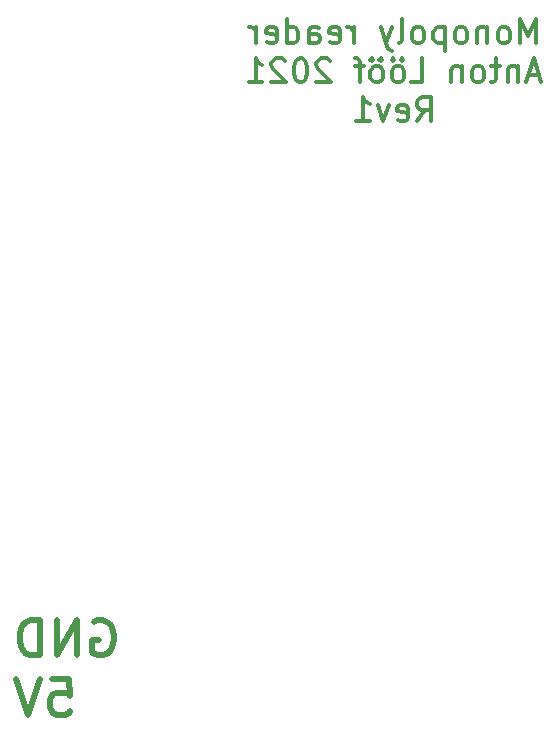
<source format=gbr>
G04 #@! TF.GenerationSoftware,KiCad,Pcbnew,(5.1.5)-3*
G04 #@! TF.CreationDate,2021-10-16T16:50:23+02:00*
G04 #@! TF.ProjectId,reader,72656164-6572-42e6-9b69-6361645f7063,rev?*
G04 #@! TF.SameCoordinates,Original*
G04 #@! TF.FileFunction,Legend,Bot*
G04 #@! TF.FilePolarity,Positive*
%FSLAX46Y46*%
G04 Gerber Fmt 4.6, Leading zero omitted, Abs format (unit mm)*
G04 Created by KiCad (PCBNEW (5.1.5)-3) date 2021-10-16 16:50:23*
%MOMM*%
%LPD*%
G04 APERTURE LIST*
%ADD10C,0.300000*%
%ADD11C,0.500000*%
G04 APERTURE END LIST*
D10*
X160800000Y-73804761D02*
X160800000Y-71804761D01*
X160133333Y-73233333D01*
X159466666Y-71804761D01*
X159466666Y-73804761D01*
X158228571Y-73804761D02*
X158419047Y-73709523D01*
X158514285Y-73614285D01*
X158609523Y-73423809D01*
X158609523Y-72852380D01*
X158514285Y-72661904D01*
X158419047Y-72566666D01*
X158228571Y-72471428D01*
X157942857Y-72471428D01*
X157752380Y-72566666D01*
X157657142Y-72661904D01*
X157561904Y-72852380D01*
X157561904Y-73423809D01*
X157657142Y-73614285D01*
X157752380Y-73709523D01*
X157942857Y-73804761D01*
X158228571Y-73804761D01*
X156704761Y-72471428D02*
X156704761Y-73804761D01*
X156704761Y-72661904D02*
X156609523Y-72566666D01*
X156419047Y-72471428D01*
X156133333Y-72471428D01*
X155942857Y-72566666D01*
X155847619Y-72757142D01*
X155847619Y-73804761D01*
X154609523Y-73804761D02*
X154800000Y-73709523D01*
X154895238Y-73614285D01*
X154990476Y-73423809D01*
X154990476Y-72852380D01*
X154895238Y-72661904D01*
X154800000Y-72566666D01*
X154609523Y-72471428D01*
X154323809Y-72471428D01*
X154133333Y-72566666D01*
X154038095Y-72661904D01*
X153942857Y-72852380D01*
X153942857Y-73423809D01*
X154038095Y-73614285D01*
X154133333Y-73709523D01*
X154323809Y-73804761D01*
X154609523Y-73804761D01*
X153085714Y-72471428D02*
X153085714Y-74471428D01*
X153085714Y-72566666D02*
X152895238Y-72471428D01*
X152514285Y-72471428D01*
X152323809Y-72566666D01*
X152228571Y-72661904D01*
X152133333Y-72852380D01*
X152133333Y-73423809D01*
X152228571Y-73614285D01*
X152323809Y-73709523D01*
X152514285Y-73804761D01*
X152895238Y-73804761D01*
X153085714Y-73709523D01*
X150990476Y-73804761D02*
X151180952Y-73709523D01*
X151276190Y-73614285D01*
X151371428Y-73423809D01*
X151371428Y-72852380D01*
X151276190Y-72661904D01*
X151180952Y-72566666D01*
X150990476Y-72471428D01*
X150704761Y-72471428D01*
X150514285Y-72566666D01*
X150419047Y-72661904D01*
X150323809Y-72852380D01*
X150323809Y-73423809D01*
X150419047Y-73614285D01*
X150514285Y-73709523D01*
X150704761Y-73804761D01*
X150990476Y-73804761D01*
X149180952Y-73804761D02*
X149371428Y-73709523D01*
X149466666Y-73519047D01*
X149466666Y-71804761D01*
X148609523Y-72471428D02*
X148133333Y-73804761D01*
X147657142Y-72471428D02*
X148133333Y-73804761D01*
X148323809Y-74280952D01*
X148419047Y-74376190D01*
X148609523Y-74471428D01*
X145371428Y-73804761D02*
X145371428Y-72471428D01*
X145371428Y-72852380D02*
X145276190Y-72661904D01*
X145180952Y-72566666D01*
X144990476Y-72471428D01*
X144800000Y-72471428D01*
X143371428Y-73709523D02*
X143561904Y-73804761D01*
X143942857Y-73804761D01*
X144133333Y-73709523D01*
X144228571Y-73519047D01*
X144228571Y-72757142D01*
X144133333Y-72566666D01*
X143942857Y-72471428D01*
X143561904Y-72471428D01*
X143371428Y-72566666D01*
X143276190Y-72757142D01*
X143276190Y-72947619D01*
X144228571Y-73138095D01*
X141561904Y-73804761D02*
X141561904Y-72757142D01*
X141657142Y-72566666D01*
X141847619Y-72471428D01*
X142228571Y-72471428D01*
X142419047Y-72566666D01*
X141561904Y-73709523D02*
X141752380Y-73804761D01*
X142228571Y-73804761D01*
X142419047Y-73709523D01*
X142514285Y-73519047D01*
X142514285Y-73328571D01*
X142419047Y-73138095D01*
X142228571Y-73042857D01*
X141752380Y-73042857D01*
X141561904Y-72947619D01*
X139752380Y-73804761D02*
X139752380Y-71804761D01*
X139752380Y-73709523D02*
X139942857Y-73804761D01*
X140323809Y-73804761D01*
X140514285Y-73709523D01*
X140609523Y-73614285D01*
X140704761Y-73423809D01*
X140704761Y-72852380D01*
X140609523Y-72661904D01*
X140514285Y-72566666D01*
X140323809Y-72471428D01*
X139942857Y-72471428D01*
X139752380Y-72566666D01*
X138038095Y-73709523D02*
X138228571Y-73804761D01*
X138609523Y-73804761D01*
X138800000Y-73709523D01*
X138895238Y-73519047D01*
X138895238Y-72757142D01*
X138800000Y-72566666D01*
X138609523Y-72471428D01*
X138228571Y-72471428D01*
X138038095Y-72566666D01*
X137942857Y-72757142D01*
X137942857Y-72947619D01*
X138895238Y-73138095D01*
X137085714Y-73804761D02*
X137085714Y-72471428D01*
X137085714Y-72852380D02*
X136990476Y-72661904D01*
X136895238Y-72566666D01*
X136704761Y-72471428D01*
X136514285Y-72471428D01*
X161085714Y-76533333D02*
X160133333Y-76533333D01*
X161276190Y-77104761D02*
X160609523Y-75104761D01*
X159942857Y-77104761D01*
X159276190Y-75771428D02*
X159276190Y-77104761D01*
X159276190Y-75961904D02*
X159180952Y-75866666D01*
X158990476Y-75771428D01*
X158704761Y-75771428D01*
X158514285Y-75866666D01*
X158419047Y-76057142D01*
X158419047Y-77104761D01*
X157752380Y-75771428D02*
X156990476Y-75771428D01*
X157466666Y-75104761D02*
X157466666Y-76819047D01*
X157371428Y-77009523D01*
X157180952Y-77104761D01*
X156990476Y-77104761D01*
X156038095Y-77104761D02*
X156228571Y-77009523D01*
X156323809Y-76914285D01*
X156419047Y-76723809D01*
X156419047Y-76152380D01*
X156323809Y-75961904D01*
X156228571Y-75866666D01*
X156038095Y-75771428D01*
X155752380Y-75771428D01*
X155561904Y-75866666D01*
X155466666Y-75961904D01*
X155371428Y-76152380D01*
X155371428Y-76723809D01*
X155466666Y-76914285D01*
X155561904Y-77009523D01*
X155752380Y-77104761D01*
X156038095Y-77104761D01*
X154514285Y-75771428D02*
X154514285Y-77104761D01*
X154514285Y-75961904D02*
X154419047Y-75866666D01*
X154228571Y-75771428D01*
X153942857Y-75771428D01*
X153752380Y-75866666D01*
X153657142Y-76057142D01*
X153657142Y-77104761D01*
X150228571Y-77104761D02*
X151180952Y-77104761D01*
X151180952Y-75104761D01*
X149276190Y-77104761D02*
X149466666Y-77009523D01*
X149561904Y-76914285D01*
X149657142Y-76723809D01*
X149657142Y-76152380D01*
X149561904Y-75961904D01*
X149466666Y-75866666D01*
X149276190Y-75771428D01*
X148990476Y-75771428D01*
X148800000Y-75866666D01*
X148704761Y-75961904D01*
X148609523Y-76152380D01*
X148609523Y-76723809D01*
X148704761Y-76914285D01*
X148800000Y-77009523D01*
X148990476Y-77104761D01*
X149276190Y-77104761D01*
X149466666Y-75104761D02*
X149371428Y-75200000D01*
X149466666Y-75295238D01*
X149561904Y-75200000D01*
X149466666Y-75104761D01*
X149466666Y-75295238D01*
X148704761Y-75104761D02*
X148609523Y-75200000D01*
X148704761Y-75295238D01*
X148800000Y-75200000D01*
X148704761Y-75104761D01*
X148704761Y-75295238D01*
X147466666Y-77104761D02*
X147657142Y-77009523D01*
X147752380Y-76914285D01*
X147847619Y-76723809D01*
X147847619Y-76152380D01*
X147752380Y-75961904D01*
X147657142Y-75866666D01*
X147466666Y-75771428D01*
X147180952Y-75771428D01*
X146990476Y-75866666D01*
X146895238Y-75961904D01*
X146800000Y-76152380D01*
X146800000Y-76723809D01*
X146895238Y-76914285D01*
X146990476Y-77009523D01*
X147180952Y-77104761D01*
X147466666Y-77104761D01*
X147657142Y-75104761D02*
X147561904Y-75200000D01*
X147657142Y-75295238D01*
X147752380Y-75200000D01*
X147657142Y-75104761D01*
X147657142Y-75295238D01*
X146895238Y-75104761D02*
X146800000Y-75200000D01*
X146895238Y-75295238D01*
X146990476Y-75200000D01*
X146895238Y-75104761D01*
X146895238Y-75295238D01*
X146228571Y-75771428D02*
X145466666Y-75771428D01*
X145942857Y-77104761D02*
X145942857Y-75390476D01*
X145847619Y-75200000D01*
X145657142Y-75104761D01*
X145466666Y-75104761D01*
X143371428Y-75295238D02*
X143276190Y-75200000D01*
X143085714Y-75104761D01*
X142609523Y-75104761D01*
X142419047Y-75200000D01*
X142323809Y-75295238D01*
X142228571Y-75485714D01*
X142228571Y-75676190D01*
X142323809Y-75961904D01*
X143466666Y-77104761D01*
X142228571Y-77104761D01*
X140990476Y-75104761D02*
X140800000Y-75104761D01*
X140609523Y-75200000D01*
X140514285Y-75295238D01*
X140419047Y-75485714D01*
X140323809Y-75866666D01*
X140323809Y-76342857D01*
X140419047Y-76723809D01*
X140514285Y-76914285D01*
X140609523Y-77009523D01*
X140800000Y-77104761D01*
X140990476Y-77104761D01*
X141180952Y-77009523D01*
X141276190Y-76914285D01*
X141371428Y-76723809D01*
X141466666Y-76342857D01*
X141466666Y-75866666D01*
X141371428Y-75485714D01*
X141276190Y-75295238D01*
X141180952Y-75200000D01*
X140990476Y-75104761D01*
X139561904Y-75295238D02*
X139466666Y-75200000D01*
X139276190Y-75104761D01*
X138800000Y-75104761D01*
X138609523Y-75200000D01*
X138514285Y-75295238D01*
X138419047Y-75485714D01*
X138419047Y-75676190D01*
X138514285Y-75961904D01*
X139657142Y-77104761D01*
X138419047Y-77104761D01*
X136514285Y-77104761D02*
X137657142Y-77104761D01*
X137085714Y-77104761D02*
X137085714Y-75104761D01*
X137276190Y-75390476D01*
X137466666Y-75580952D01*
X137657142Y-75676190D01*
X150752380Y-80404761D02*
X151419047Y-79452380D01*
X151895238Y-80404761D02*
X151895238Y-78404761D01*
X151133333Y-78404761D01*
X150942857Y-78500000D01*
X150847619Y-78595238D01*
X150752380Y-78785714D01*
X150752380Y-79071428D01*
X150847619Y-79261904D01*
X150942857Y-79357142D01*
X151133333Y-79452380D01*
X151895238Y-79452380D01*
X149133333Y-80309523D02*
X149323809Y-80404761D01*
X149704761Y-80404761D01*
X149895238Y-80309523D01*
X149990476Y-80119047D01*
X149990476Y-79357142D01*
X149895238Y-79166666D01*
X149704761Y-79071428D01*
X149323809Y-79071428D01*
X149133333Y-79166666D01*
X149038095Y-79357142D01*
X149038095Y-79547619D01*
X149990476Y-79738095D01*
X148371428Y-79071428D02*
X147895238Y-80404761D01*
X147419047Y-79071428D01*
X145609523Y-80404761D02*
X146752380Y-80404761D01*
X146180952Y-80404761D02*
X146180952Y-78404761D01*
X146371428Y-78690476D01*
X146561904Y-78880952D01*
X146752380Y-78976190D01*
D11*
X123382142Y-122800000D02*
X123667857Y-122657142D01*
X124096428Y-122657142D01*
X124525000Y-122800000D01*
X124810714Y-123085714D01*
X124953571Y-123371428D01*
X125096428Y-123942857D01*
X125096428Y-124371428D01*
X124953571Y-124942857D01*
X124810714Y-125228571D01*
X124525000Y-125514285D01*
X124096428Y-125657142D01*
X123810714Y-125657142D01*
X123382142Y-125514285D01*
X123239285Y-125371428D01*
X123239285Y-124371428D01*
X123810714Y-124371428D01*
X121953571Y-125657142D02*
X121953571Y-122657142D01*
X120239285Y-125657142D01*
X120239285Y-122657142D01*
X118810714Y-125657142D02*
X118810714Y-122657142D01*
X118096428Y-122657142D01*
X117667857Y-122800000D01*
X117382142Y-123085714D01*
X117239285Y-123371428D01*
X117096428Y-123942857D01*
X117096428Y-124371428D01*
X117239285Y-124942857D01*
X117382142Y-125228571D01*
X117667857Y-125514285D01*
X118096428Y-125657142D01*
X118810714Y-125657142D01*
X119810714Y-127657142D02*
X121239285Y-127657142D01*
X121382142Y-129085714D01*
X121239285Y-128942857D01*
X120953571Y-128800000D01*
X120239285Y-128800000D01*
X119953571Y-128942857D01*
X119810714Y-129085714D01*
X119667857Y-129371428D01*
X119667857Y-130085714D01*
X119810714Y-130371428D01*
X119953571Y-130514285D01*
X120239285Y-130657142D01*
X120953571Y-130657142D01*
X121239285Y-130514285D01*
X121382142Y-130371428D01*
X118810714Y-127657142D02*
X117810714Y-130657142D01*
X116810714Y-127657142D01*
M02*

</source>
